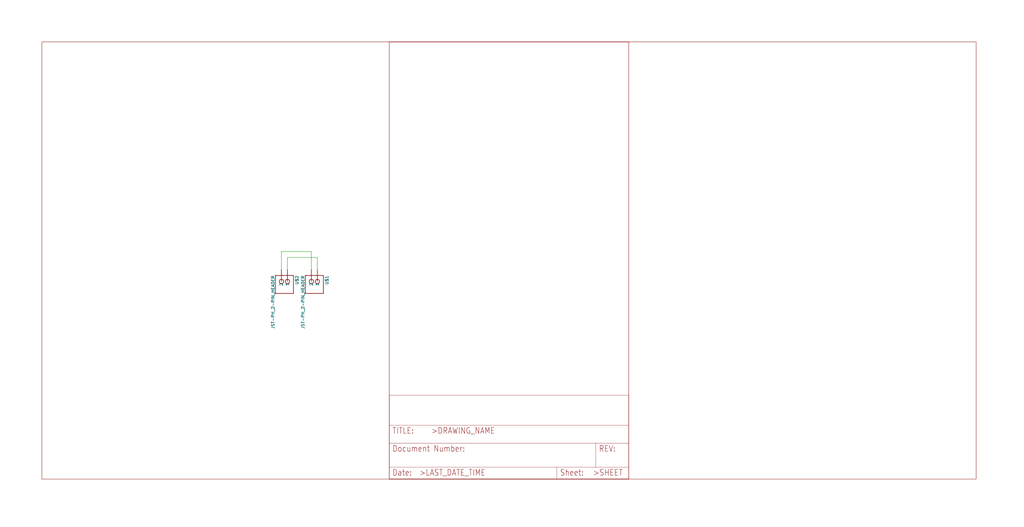
<source format=kicad_sch>
(kicad_sch (version 20211123) (generator eeschema)
  (paper "User" 434.34 223.571)
  (lib_symbols
    (symbol "weaver_groveph-eagle-import:JST-PH_2-PIN_HEADER"
      (property "Value" "JST-PH_2-PIN_HEADER" (at -5.08 -4.318 0))
      (symbol "JST-PH_2-PIN_HEADER_1_0"
        (circle (center -2.54 0) (radius 0.9158) (stroke (width 0.254)))
        (circle (center -2.54 2.54) (radius 0.9158) (stroke (width 0.254)))
        (polyline (pts (xy -5.08 -2.54) (xy -5.08 5.08)) (stroke (width 0.254)))
        (polyline (pts (xy -5.08 5.08) (xy 2.54 5.08)) (stroke (width 0.254)))
        (polyline (pts (xy 2.54 -2.54) (xy -5.08 -2.54)) (stroke (width 0.254)))
        (polyline (pts (xy 2.54 5.08) (xy 2.54 -2.54)) (stroke (width 0.254)))
        (pin bidirectional line (at -7.62 2.54 0) (length 5.08) (name "1") (number "P1"))
        (pin bidirectional line (at -7.62 0 0) (length 5.08) (name "2") (number "P2"))
      )
    )
    (symbol "weaver_groveph-eagle-import:LETTER_L"
      (symbol "LETTER_L_0_0"
        (polyline (pts (xy 0 0) (xy 248.92 0) (xy 248.92 185.42) (xy 0 185.42) (xy 0 0)))
      )
      (symbol "LETTER_L_2_0"
        (polyline (pts (xy 0 0) (xy 0 5.08)) (stroke (width 0.1016)))
        (polyline (pts (xy 0 0) (xy 71.12 0)) (stroke (width 0.1016)))
        (polyline (pts (xy 0 5.08) (xy 0 15.24)) (stroke (width 0.1016)))
        (polyline (pts (xy 0 5.08) (xy 71.12 5.08)) (stroke (width 0.1016)))
        (polyline (pts (xy 0 15.24) (xy 0 22.86)) (stroke (width 0.1016)))
        (polyline (pts (xy 0 22.86) (xy 0 35.56)) (stroke (width 0.1016)))
        (polyline (pts (xy 0 22.86) (xy 101.6 22.86)) (stroke (width 0.1016)))
        (polyline (pts (xy 71.12 0) (xy 101.6 0)) (stroke (width 0.1016)))
        (polyline (pts (xy 71.12 5.08) (xy 71.12 0)) (stroke (width 0.1016)))
        (polyline (pts (xy 71.12 5.08) (xy 87.63 5.08)) (stroke (width 0.1016)))
        (polyline (pts (xy 87.63 5.08) (xy 101.6 5.08)) (stroke (width 0.1016)))
        (polyline (pts (xy 87.63 15.24) (xy 0 15.24)) (stroke (width 0.1016)))
        (polyline (pts (xy 87.63 15.24) (xy 87.63 5.08)) (stroke (width 0.1016)))
        (polyline (pts (xy 101.6 5.08) (xy 101.6 0)) (stroke (width 0.1016)))
        (polyline (pts (xy 101.6 15.24) (xy 87.63 15.24)) (stroke (width 0.1016)))
        (polyline (pts (xy 101.6 15.24) (xy 101.6 5.08)) (stroke (width 0.1016)))
        (polyline (pts (xy 101.6 22.86) (xy 101.6 15.24)) (stroke (width 0.1016)))
        (polyline (pts (xy 101.6 35.56) (xy 0 35.56)) (stroke (width 0.1016)))
        (polyline (pts (xy 101.6 35.56) (xy 101.6 22.86)) (stroke (width 0.1016)))
        (text ">DRAWING_NAME" (at 17.78 19.05 0) (effects (font (size 2.54 2.159)) (justify left bottom)))
        (text ">LAST_DATE_TIME" (at 12.7 1.27 0) (effects (font (size 2.54 2.159)) (justify left bottom)))
        (text ">SHEET" (at 86.36 1.27 0) (effects (font (size 2.54 2.159)) (justify left bottom)))
        (text "Date:" (at 1.27 1.27 0) (effects (font (size 2.54 2.159)) (justify left bottom)))
        (text "Document Number:" (at 1.27 11.43 0) (effects (font (size 2.54 2.159)) (justify left bottom)))
        (text "REV:" (at 88.9 11.43 0) (effects (font (size 2.54 2.159)) (justify left bottom)))
        (text "Sheet:" (at 72.39 1.27 0) (effects (font (size 2.54 2.159)) (justify left bottom)))
        (text "TITLE:" (at 1.27 19.05 0) (effects (font (size 2.54 2.159)) (justify left bottom)))
      )
    )
  )
  (wire (pts (xy 134.62 109.22) (xy 134.62 114.3)))
  (wire (pts (xy 121.92 109.22) (xy 134.62 109.22)))
  (wire (pts (xy 132.08 106.68) (xy 132.08 114.3)))
  (wire (pts (xy 121.92 114.3) (xy 121.92 109.22)))
  (wire (pts (xy 119.38 106.68) (xy 132.08 106.68)))
  (wire (pts (xy 119.38 114.3) (xy 119.38 106.68)))
  (symbol (lib_id "weaver_groveph-eagle-import:JST-PH_2-PIN_HEADER") (at 132.08 121.92 270) (unit 1)
    (property "Reference" "U$1" (at 137.922 116.84 0) (effects (justify left bottom)))
    (property "Value" "JST-PH_2-PIN_HEADER" (at 127.762 116.84 0) (effects (justify left bottom)))
    (property "Footprint" "weaver_groveph:JST_B2B-PH_HEADER" (effects hide))
  )
  (symbol (lib_id "weaver_groveph-eagle-import:JST-PH_2-PIN_HEADER") (at 119.38 121.92 270) (unit 1)
    (property "Reference" "U$2" (at 125.222 116.84 0) (effects (justify left bottom)))
    (property "Value" "JST-PH_2-PIN_HEADER" (at 115.062 116.84 0) (effects (justify left bottom)))
    (property "Footprint" "weaver_groveph:JST_B2B-PH_HEADER" (effects hide))
  )
  (symbol (lib_id "weaver_groveph-eagle-import:LETTER_L") (at 17.78 203.2 0) (unit 1)
    (property "Reference" "#FRAME1" (effects hide))
    (property "Value" "LETTER_L" (effects hide))
    (property "Footprint" "weaver_groveph:" (effects hide))
  )
  (symbol (lib_id "weaver_groveph-eagle-import:LETTER_L") (at 165.1 203.2 0) (unit 2)
    (property "Reference" "#FRAME1" (effects hide))
    (property "Value" "LETTER_L" (effects hide))
    (property "Footprint" "weaver_groveph:" (effects hide))
  )
)
</source>
